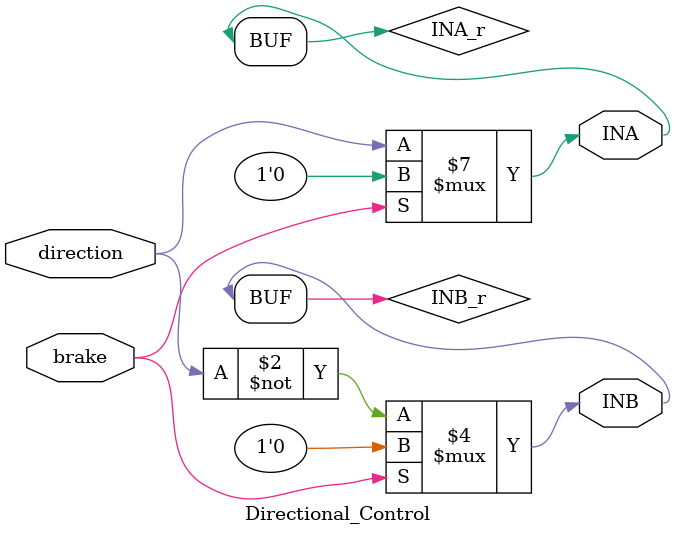
<source format=v>
`timescale 1ns / 1ps


module Directional_Control(
   input direction,
   input brake,
   output INA,
   output INB
   );
   
   reg INA_r,INB_r; 
   
   assign INA = INA_r;
   assign INB = INB_r;
   
   always @(*)
   begin
       if (brake)
       begin   
           INA_r <= 0;
           INB_r <= 0;
       end
       else
       begin
           INA_r <= direction;
           INB_r <= ~direction;
       end
   end
endmodule

</source>
